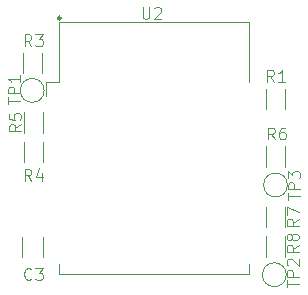
<source format=gbr>
G04 #@! TF.FileFunction,Legend,Top*
%FSLAX46Y46*%
G04 Gerber Fmt 4.6, Leading zero omitted, Abs format (unit mm)*
G04 Created by KiCad (PCBNEW 4.0.2-4+6225~38~ubuntu15.10.1-stable) date Ср. 27 апр. 2016 12:01:26*
%MOMM*%
G01*
G04 APERTURE LIST*
%ADD10C,0.100000*%
%ADD11C,0.250000*%
%ADD12C,0.120000*%
G04 APERTURE END LIST*
D10*
D11*
X140625000Y-93973600D02*
G75*
G03X140625000Y-93973600I-125000J0D01*
G01*
D12*
X139390000Y-100553600D02*
X139390000Y-99393600D01*
X139390000Y-99393600D02*
X140440000Y-99393600D01*
X140440000Y-99393600D02*
X140440000Y-94343600D01*
X140440000Y-94343600D02*
X156560000Y-94343600D01*
X156560000Y-94343600D02*
X156560000Y-99393600D01*
X140440000Y-114813600D02*
X140440000Y-115663600D01*
X140440000Y-115663600D02*
X156560000Y-115663600D01*
X156560000Y-115663600D02*
X156560000Y-114813600D01*
X139085000Y-114210000D02*
X139085000Y-112490000D01*
X137315000Y-114210000D02*
X137315000Y-112490000D01*
X159610000Y-101660000D02*
X159610000Y-99940000D01*
X157990000Y-101660000D02*
X157990000Y-99940000D01*
X137390000Y-96940000D02*
X137390000Y-98660000D01*
X139010000Y-96940000D02*
X139010000Y-98660000D01*
X139110000Y-106160000D02*
X139110000Y-104440000D01*
X137490000Y-106160000D02*
X137490000Y-104440000D01*
X139110000Y-103660000D02*
X139110000Y-101940000D01*
X137490000Y-103660000D02*
X137490000Y-101940000D01*
X159610000Y-106560000D02*
X159610000Y-104840000D01*
X157990000Y-106560000D02*
X157990000Y-104840000D01*
X157990000Y-109940000D02*
X157990000Y-111660000D01*
X159610000Y-109940000D02*
X159610000Y-111660000D01*
X157990000Y-112440000D02*
X157990000Y-114160000D01*
X159610000Y-112440000D02*
X159610000Y-114160000D01*
X139210000Y-100100000D02*
G75*
G03X139210000Y-100100000I-1010000J0D01*
G01*
X159710000Y-115700000D02*
G75*
G03X159710000Y-115700000I-1010000J0D01*
G01*
X159810000Y-108100000D02*
G75*
G03X159810000Y-108100000I-1010000J0D01*
G01*
X147538095Y-93052381D02*
X147538095Y-93861905D01*
X147585714Y-93957143D01*
X147633333Y-94004762D01*
X147728571Y-94052381D01*
X147919048Y-94052381D01*
X148014286Y-94004762D01*
X148061905Y-93957143D01*
X148109524Y-93861905D01*
X148109524Y-93052381D01*
X148538095Y-93147619D02*
X148585714Y-93100000D01*
X148680952Y-93052381D01*
X148919048Y-93052381D01*
X149014286Y-93100000D01*
X149061905Y-93147619D01*
X149109524Y-93242857D01*
X149109524Y-93338095D01*
X149061905Y-93480952D01*
X148490476Y-94052381D01*
X149109524Y-94052381D01*
X138133334Y-116057143D02*
X138085715Y-116104762D01*
X137942858Y-116152381D01*
X137847620Y-116152381D01*
X137704762Y-116104762D01*
X137609524Y-116009524D01*
X137561905Y-115914286D01*
X137514286Y-115723810D01*
X137514286Y-115580952D01*
X137561905Y-115390476D01*
X137609524Y-115295238D01*
X137704762Y-115200000D01*
X137847620Y-115152381D01*
X137942858Y-115152381D01*
X138085715Y-115200000D01*
X138133334Y-115247619D01*
X138466667Y-115152381D02*
X139085715Y-115152381D01*
X138752381Y-115533333D01*
X138895239Y-115533333D01*
X138990477Y-115580952D01*
X139038096Y-115628571D01*
X139085715Y-115723810D01*
X139085715Y-115961905D01*
X139038096Y-116057143D01*
X138990477Y-116104762D01*
X138895239Y-116152381D01*
X138609524Y-116152381D01*
X138514286Y-116104762D01*
X138466667Y-116057143D01*
X158663334Y-99352381D02*
X158330000Y-98876190D01*
X158091905Y-99352381D02*
X158091905Y-98352381D01*
X158472858Y-98352381D01*
X158568096Y-98400000D01*
X158615715Y-98447619D01*
X158663334Y-98542857D01*
X158663334Y-98685714D01*
X158615715Y-98780952D01*
X158568096Y-98828571D01*
X158472858Y-98876190D01*
X158091905Y-98876190D01*
X159615715Y-99352381D02*
X159044286Y-99352381D01*
X159330000Y-99352381D02*
X159330000Y-98352381D01*
X159234762Y-98495238D01*
X159139524Y-98590476D01*
X159044286Y-98638095D01*
X138133334Y-96352381D02*
X137800000Y-95876190D01*
X137561905Y-96352381D02*
X137561905Y-95352381D01*
X137942858Y-95352381D01*
X138038096Y-95400000D01*
X138085715Y-95447619D01*
X138133334Y-95542857D01*
X138133334Y-95685714D01*
X138085715Y-95780952D01*
X138038096Y-95828571D01*
X137942858Y-95876190D01*
X137561905Y-95876190D01*
X138466667Y-95352381D02*
X139085715Y-95352381D01*
X138752381Y-95733333D01*
X138895239Y-95733333D01*
X138990477Y-95780952D01*
X139038096Y-95828571D01*
X139085715Y-95923810D01*
X139085715Y-96161905D01*
X139038096Y-96257143D01*
X138990477Y-96304762D01*
X138895239Y-96352381D01*
X138609524Y-96352381D01*
X138514286Y-96304762D01*
X138466667Y-96257143D01*
X138133334Y-107752381D02*
X137800000Y-107276190D01*
X137561905Y-107752381D02*
X137561905Y-106752381D01*
X137942858Y-106752381D01*
X138038096Y-106800000D01*
X138085715Y-106847619D01*
X138133334Y-106942857D01*
X138133334Y-107085714D01*
X138085715Y-107180952D01*
X138038096Y-107228571D01*
X137942858Y-107276190D01*
X137561905Y-107276190D01*
X138990477Y-107085714D02*
X138990477Y-107752381D01*
X138752381Y-106704762D02*
X138514286Y-107419048D01*
X139133334Y-107419048D01*
X137252381Y-102966666D02*
X136776190Y-103300000D01*
X137252381Y-103538095D02*
X136252381Y-103538095D01*
X136252381Y-103157142D01*
X136300000Y-103061904D01*
X136347619Y-103014285D01*
X136442857Y-102966666D01*
X136585714Y-102966666D01*
X136680952Y-103014285D01*
X136728571Y-103061904D01*
X136776190Y-103157142D01*
X136776190Y-103538095D01*
X136252381Y-102061904D02*
X136252381Y-102538095D01*
X136728571Y-102585714D01*
X136680952Y-102538095D01*
X136633333Y-102442857D01*
X136633333Y-102204761D01*
X136680952Y-102109523D01*
X136728571Y-102061904D01*
X136823810Y-102014285D01*
X137061905Y-102014285D01*
X137157143Y-102061904D01*
X137204762Y-102109523D01*
X137252381Y-102204761D01*
X137252381Y-102442857D01*
X137204762Y-102538095D01*
X137157143Y-102585714D01*
X158733334Y-104252381D02*
X158400000Y-103776190D01*
X158161905Y-104252381D02*
X158161905Y-103252381D01*
X158542858Y-103252381D01*
X158638096Y-103300000D01*
X158685715Y-103347619D01*
X158733334Y-103442857D01*
X158733334Y-103585714D01*
X158685715Y-103680952D01*
X158638096Y-103728571D01*
X158542858Y-103776190D01*
X158161905Y-103776190D01*
X159590477Y-103252381D02*
X159400000Y-103252381D01*
X159304762Y-103300000D01*
X159257143Y-103347619D01*
X159161905Y-103490476D01*
X159114286Y-103680952D01*
X159114286Y-104061905D01*
X159161905Y-104157143D01*
X159209524Y-104204762D01*
X159304762Y-104252381D01*
X159495239Y-104252381D01*
X159590477Y-104204762D01*
X159638096Y-104157143D01*
X159685715Y-104061905D01*
X159685715Y-103823810D01*
X159638096Y-103728571D01*
X159590477Y-103680952D01*
X159495239Y-103633333D01*
X159304762Y-103633333D01*
X159209524Y-103680952D01*
X159161905Y-103728571D01*
X159114286Y-103823810D01*
X160752381Y-110966666D02*
X160276190Y-111300000D01*
X160752381Y-111538095D02*
X159752381Y-111538095D01*
X159752381Y-111157142D01*
X159800000Y-111061904D01*
X159847619Y-111014285D01*
X159942857Y-110966666D01*
X160085714Y-110966666D01*
X160180952Y-111014285D01*
X160228571Y-111061904D01*
X160276190Y-111157142D01*
X160276190Y-111538095D01*
X159752381Y-110633333D02*
X159752381Y-109966666D01*
X160752381Y-110395238D01*
X160752381Y-113166666D02*
X160276190Y-113500000D01*
X160752381Y-113738095D02*
X159752381Y-113738095D01*
X159752381Y-113357142D01*
X159800000Y-113261904D01*
X159847619Y-113214285D01*
X159942857Y-113166666D01*
X160085714Y-113166666D01*
X160180952Y-113214285D01*
X160228571Y-113261904D01*
X160276190Y-113357142D01*
X160276190Y-113738095D01*
X160180952Y-112595238D02*
X160133333Y-112690476D01*
X160085714Y-112738095D01*
X159990476Y-112785714D01*
X159942857Y-112785714D01*
X159847619Y-112738095D01*
X159800000Y-112690476D01*
X159752381Y-112595238D01*
X159752381Y-112404761D01*
X159800000Y-112309523D01*
X159847619Y-112261904D01*
X159942857Y-112214285D01*
X159990476Y-112214285D01*
X160085714Y-112261904D01*
X160133333Y-112309523D01*
X160180952Y-112404761D01*
X160180952Y-112595238D01*
X160228571Y-112690476D01*
X160276190Y-112738095D01*
X160371429Y-112785714D01*
X160561905Y-112785714D01*
X160657143Y-112738095D01*
X160704762Y-112690476D01*
X160752381Y-112595238D01*
X160752381Y-112404761D01*
X160704762Y-112309523D01*
X160657143Y-112261904D01*
X160561905Y-112214285D01*
X160371429Y-112214285D01*
X160276190Y-112261904D01*
X160228571Y-112309523D01*
X160180952Y-112404761D01*
X136152381Y-101261905D02*
X136152381Y-100690476D01*
X137152381Y-100976191D02*
X136152381Y-100976191D01*
X137152381Y-100357143D02*
X136152381Y-100357143D01*
X136152381Y-99976190D01*
X136200000Y-99880952D01*
X136247619Y-99833333D01*
X136342857Y-99785714D01*
X136485714Y-99785714D01*
X136580952Y-99833333D01*
X136628571Y-99880952D01*
X136676190Y-99976190D01*
X136676190Y-100357143D01*
X137152381Y-98833333D02*
X137152381Y-99404762D01*
X137152381Y-99119048D02*
X136152381Y-99119048D01*
X136295238Y-99214286D01*
X136390476Y-99309524D01*
X136438095Y-99404762D01*
X159752381Y-116761905D02*
X159752381Y-116190476D01*
X160752381Y-116476191D02*
X159752381Y-116476191D01*
X160752381Y-115857143D02*
X159752381Y-115857143D01*
X159752381Y-115476190D01*
X159800000Y-115380952D01*
X159847619Y-115333333D01*
X159942857Y-115285714D01*
X160085714Y-115285714D01*
X160180952Y-115333333D01*
X160228571Y-115380952D01*
X160276190Y-115476190D01*
X160276190Y-115857143D01*
X159847619Y-114904762D02*
X159800000Y-114857143D01*
X159752381Y-114761905D01*
X159752381Y-114523809D01*
X159800000Y-114428571D01*
X159847619Y-114380952D01*
X159942857Y-114333333D01*
X160038095Y-114333333D01*
X160180952Y-114380952D01*
X160752381Y-114952381D01*
X160752381Y-114333333D01*
X159852381Y-109361905D02*
X159852381Y-108790476D01*
X160852381Y-109076191D02*
X159852381Y-109076191D01*
X160852381Y-108457143D02*
X159852381Y-108457143D01*
X159852381Y-108076190D01*
X159900000Y-107980952D01*
X159947619Y-107933333D01*
X160042857Y-107885714D01*
X160185714Y-107885714D01*
X160280952Y-107933333D01*
X160328571Y-107980952D01*
X160376190Y-108076190D01*
X160376190Y-108457143D01*
X159852381Y-107552381D02*
X159852381Y-106933333D01*
X160233333Y-107266667D01*
X160233333Y-107123809D01*
X160280952Y-107028571D01*
X160328571Y-106980952D01*
X160423810Y-106933333D01*
X160661905Y-106933333D01*
X160757143Y-106980952D01*
X160804762Y-107028571D01*
X160852381Y-107123809D01*
X160852381Y-107409524D01*
X160804762Y-107504762D01*
X160757143Y-107552381D01*
M02*

</source>
